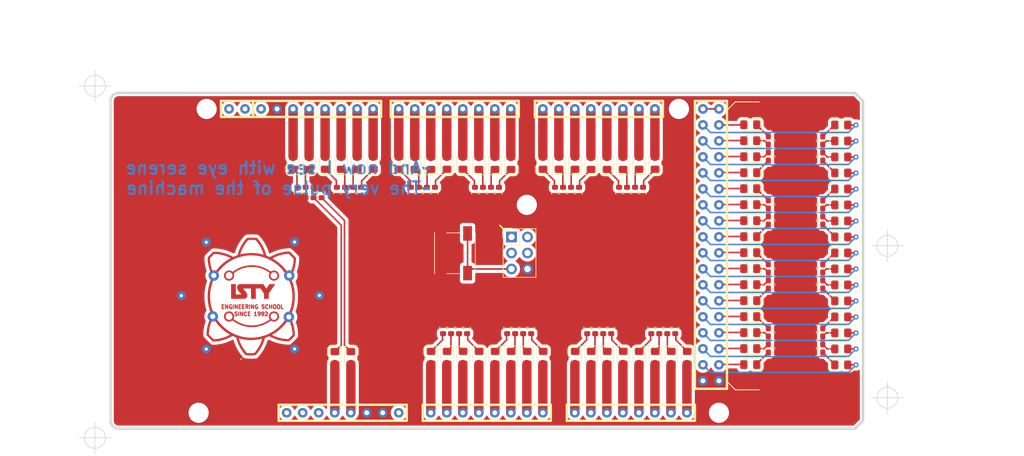
<source format=kicad_pcb>
(kicad_pcb (version 20211014) (generator pcbnew)
  (layers (0 "F.Cu" signal) (31 "B.Cu" signal) (34 "B.Paste" user) (35 "F.Paste" user) (36 "B.SilkS" user "B.Silkscreen") (37 "F.SilkS" user "F.Silkscreen") (38 "B.Mask" user) (39 "F.Mask" user) (44 "Edge.Cuts" user))
  (net 0 "")
  (net 2 "+5V")
  (net 3 "GND")
  (net 5 "Net-(D55-Pad2)")
  (net 6 "Net-(D56-Pad2)")
  (net 7 "Net-(D57-Pad2)")
  (net 8 "Net-(D58-Pad2)")
  (net 9 "Net-(D59-Pad2)")
  (net 10 "Net-(D60-Pad2)")
  (net 11 "Net-(D61-Pad2)")
  (net 12 "Net-(D62-Pad2)")
  (net 13 "Net-(D63-Pad2)")
  (net 14 "Net-(D64-Pad2)")
  (net 15 "Net-(D65-Pad2)")
  (net 16 "Net-(D66-Pad2)")
  (net 17 "Net-(D67-Pad2)")
  (net 18 "Net-(D68-Pad2)")
  (net 19 "Net-(D69-Pad2)")
  (net 20 "Net-(D2-Pad2)")
  (net 21 "Net-(D6-Pad2)")
  (net 22 "Net-(D7-Pad2)")
  (net 23 "Net-(D25-Pad2)")
  (net 24 "Net-(D28-Pad2)")
  (net 25 "Net-(D29-Pad2)")
  (net 26 "Net-(D30-Pad2)")
  (net 27 "Net-(D31-Pad2)")
  (net 28 "Net-(D32-Pad2)")
  (net 29 "Net-(D33-Pad2)")
  (net 30 "Net-(D35-Pad2)")
  (net 31 "Net-(D37-Pad2)")
  (net 32 "Net-(D39-Pad2)")
  (net 33 "Net-(D27-Pad2)")
  (net 34 "Net-(D41-Pad2)")
  (net 35 "Net-(D23-Pad2)")
  (net 36 "Net-(D43-Pad2)")
  (net 37 "Net-(D45-Pad2)")
  (net 38 "Net-(D50-Pad2)")
  (net 39 "Net-(D48-Pad2)")
  (net 40 "Net-(D46-Pad2)")
  (net 41 "Net-(D44-Pad2)")
  (net 42 "Net-(D42-Pad2)")
  (net 43 "Net-(D40-Pad2)")
  (net 44 "Net-(D38-Pad2)")
  (net 45 "Net-(D36-Pad2)")
  (net 46 "Net-(D34-Pad2)")
  (net 47 "Net-(D47-Pad2)")
  (net 48 "Net-(D49-Pad2)")
  (net 49 "Net-(D51-Pad2)")
  (net 50 "Net-(D26-Pad2)")
  (net 51 "Net-(D24-Pad2)")
  (net 52 "Net-(D22-Pad2)")
  (net 53 "Net-(D21-Pad2)")
  (net 54 "Net-(D19-Pad2)")
  (net 55 "Net-(D18-Pad2)")
  (net 56 "Net-(D17-Pad2)")
  (net 57 "Net-(D16-Pad2)")
  (net 58 "Net-(D15-Pad2)")
  (net 59 "Net-(D1-Pad2)")
  (net 60 "Net-(D52-Pad2)")
  (net 61 "Net-(D0-Pad2)")
  (net 62 "Net-(D4-Pad2)")
  (net 63 "Net-(D5-Pad2)")
  (net 64 "Net-(D53-Pad2)")
  (net 65 "Net-(D54-Pad2)")
  (net 66 "Net-(D8-Pad2)")
  (net 67 "Net-(D9-Pad2)")
  (net 68 "Net-(D10-Pad2)")
  (net 69 "Net-(D11-Pad2)")
  (net 70 "Net-(D14-Pad2)")
  (net 74 "Net-(D0-Pad1)")
  (net 75 "Net-(D4-Pad1)")
  (net 76 "Net-(D5-Pad1)")
  (net 77 "Net-(D6-Pad1)")
  (net 78 "Net-(D7-Pad1)")
  (net 79 "Net-(D8-Pad1)")
  (net 80 "Net-(D9-Pad1)")
  (net 81 "Net-(D10-Pad1)")
  (net 82 "Net-(D11-Pad1)")
  (net 83 "Net-(D12-Pad1)")
  (net 84 "Net-(D13-Pad1)")
  (net 85 "Net-(D14-Pad1)")
  (net 86 "Net-(D18-Pad1)")
  (net 87 "Net-(D17-Pad1)")
  (net 88 "Net-(D16-Pad1)")
  (net 89 "Net-(D15-Pad1)")
  (net 90 "Net-(D1-Pad1)")
  (net 91 "Net-(D2-Pad1)")
  (net 92 "Net-(D30-Pad1)")
  (net 93 "Net-(D28-Pad1)")
  (net 94 "Net-(D26-Pad1)")
  (net 95 "Net-(D24-Pad1)")
  (net 96 "Net-(D29-Pad1)")
  (net 97 "Net-(D27-Pad1)")
  (net 98 "Net-(D25-Pad1)")
  (net 99 "Net-(D23-Pad1)")
  (net 100 "Net-(D38-Pad1)")
  (net 101 "Net-(D36-Pad1)")
  (net 102 "Net-(D34-Pad1)")
  (net 103 "Net-(D32-Pad1)")
  (net 104 "Net-(D37-Pad1)")
  (net 105 "Net-(D35-Pad1)")
  (net 106 "Net-(D33-Pad1)")
  (net 107 "Net-(D31-Pad1)")
  (net 108 "Net-(D46-Pad1)")
  (net 109 "Net-(D44-Pad1)")
  (net 110 "Net-(D42-Pad1)")
  (net 111 "Net-(D40-Pad1)")
  (net 112 "Net-(D45-Pad1)")
  (net 113 "Net-(D43-Pad1)")
  (net 114 "Net-(D41-Pad1)")
  (net 115 "Net-(D39-Pad1)")
  (net 116 "Net-(D54-Pad1)")
  (net 117 "Net-(D52-Pad1)")
  (net 118 "Net-(D50-Pad1)")
  (net 119 "Net-(D48-Pad1)")
  (net 120 "Net-(D53-Pad1)")
  (net 121 "Net-(D51-Pad1)")
  (net 122 "Net-(D49-Pad1)")
  (net 123 "Net-(D47-Pad1)")
  (net 124 "Net-(D69-Pad1)")
  (net 125 "Net-(D68-Pad1)")
  (net 126 "Net-(D67-Pad1)")
  (net 127 "Net-(D65-Pad1)")
  (net 128 "Net-(D63-Pad1)")
  (net 129 "Net-(D61-Pad1)")
  (net 130 "Net-(D60-Pad1)")
  (net 131 "Net-(D59-Pad1)")
  (net 132 "Net-(D58-Pad1)")
  (net 133 "Net-(D57-Pad1)")
  (net 134 "Net-(D56-Pad1)")
  (net 135 "Net-(D55-Pad1)")
  (net 136 "Net-(D62-Pad1)")
  (net 137 "Net-(D64-Pad1)")
  (net 138 "Net-(D66-Pad1)")
  (net 139 "Net-(D19-Pad1)")
  (net 140 "Net-(D20-Pad1)")
  (net 141 "Net-(D21-Pad1)")
  (net 142 "Net-(D22-Pad1)")
  (net 149 "Net-(D3-Pad2)")
  (net 150 "Net-(D3-Pad1)")
  (net 151 "logo")
  (net 152 "Net-(J1-Pad91)")
  (net 153 "Net-(D70-Pad1)")
  (net 154 "Net-(D71-Pad1)")
  (net 155 "Net-(D12-Pad2)")
  (net 156 "Net-(D13-Pad2)")
  (net 157 "Net-(D20-Pad2)")
  (net 158 "Net-(D70-Pad2)")
  (net 159 "Net-(D71-Pad2)")
  (footprint "Diode_SMD:D_0805_2012Metric_Pad1.15x1.40mm_HandSolder" (layer "F.Cu") (at 170.18 92.973 -90)
    (fp_text reference "D71")
    (fp_text value "red LED")
  )
  (footprint "Diode_SMD:D_0805_2012Metric_Pad1.15x1.40mm_HandSolder" (layer "F.Cu") (at 233.55 76.23 180)
    (fp_text reference "D39" hide)
    (fp_text value "LED")
  )
  (footprint "Diode_SMD:D_0805_2012Metric_Pad1.15x1.40mm_HandSolder" (layer "F.Cu") (at 171.196 61.96 90)
    (fp_text reference "D9")
    (fp_text value "LED")
  )
  (footprint "Diode_SMD:D_0805_2012Metric_Pad1.15x1.40mm_HandSolder" (layer "F.Cu") (at 233.55 94.01 180)
    (fp_text reference "D53")
    (fp_text value "LED")
  )
  (footprint "components:R_Array_convex_EXB-S8Vxxxx" (layer "F.Cu") (at 237.236 80.01)
    (fp_text reference "RN15")
    (fp_text value "R_Pack04")
  )
  (footprint "Diode_SMD:D_0805_2012Metric_Pad1.15x1.40mm_HandSolder" (layer "F.Cu") (at 233.55 73.69 180)
    (fp_text reference "D37" hide)
    (fp_text value "LED")
  )
  (footprint "Diode_SMD:D_0805_2012Metric_Pad1.15x1.40mm_HandSolder" (layer "F.Cu") (at 168.636 61.96 90)
    (fp_text reference "D10")
    (fp_text value "LED")
  )
  (footprint "components:R_Array_convex_EXB-S8Vxxxx" (layer "F.Cu") (at 191.77 66.675 -90)
    (fp_text reference "RN5")
    (fp_text value "R_Pack04")
  )
  (footprint "Diode_SMD:D_0805_2012Metric_Pad1.15x1.40mm_HandSolder" (layer "F.Cu") (at 205.74 61.96 90)
    (fp_text reference "D16")
    (fp_text value "LED")
  )
  (footprint "Diode_SMD:D_0805_2012Metric_Pad1.15x1.40mm_HandSolder" (layer "F.Cu") (at 247.98 73.73)
    (fp_text reference "D36" hide)
    (fp_text value "LED")
  )
  (footprint "Diode_SMD:D_0805_2012Metric_Pad1.15x1.40mm_HandSolder" (layer "F.Cu") (at 182.9055 92.9295 -90)
    (fp_text reference "D54")
    (fp_text value "LED")
  )
  (footprint "Diode_SMD:D_0805_2012Metric_Pad1.15x1.40mm_HandSolder" (layer "F.Cu") (at 203.2 61.96 90)
    (fp_text reference "D15")
    (fp_text value "LED")
  )
  (footprint "Diode_SMD:D_0805_2012Metric_Pad1.15x1.40mm_HandSolder" (layer "F.Cu") (at 193.04 61.985 90)
    (fp_text reference "D1")
    (fp_text value "LED")
  )
  (footprint "Diode_SMD:D_0805_2012Metric_Pad1.15x1.40mm_HandSolder" (layer "F.Cu") (at 233.55 71.15 180)
    (fp_text reference "D35" hide)
    (fp_text value "LED")
  )
  (footprint "components:R_Array_convex_EXB-S8Vxxxx" (layer "F.Cu") (at 237.236 69.85)
    (fp_text reference "RN13")
    (fp_text value "R_Pack04")
  )
  (footprint "Diode_SMD:D_0805_2012Metric_Pad1.15x1.40mm_HandSolder" (layer "F.Cu") (at 247.98 83.89)
    (fp_text reference "D44" hide)
    (fp_text value "LED")
  )
  (footprint "board pinouts:arduino_mega_header modified" (layer "F.Cu") (at 181.5845 77.5295)
    (fp_text reference "J1" hide)
    (fp_text value "Arduino_Mega_Header" hide)
    (fp_line (start 69.85 -25.4) (end 69.85 25.4) (layer "Edge.Cuts") (width 0.381))
    (fp_line (start 69.85 25.4) (end 68.58 26.67) (layer "Edge.Cuts") (width 0.381))
    (fp_line (start -48.26 -26.67) (end 68.58 -26.67) (layer "Edge.Cuts") (width 0.381))
    (fp_line (start -49.53 25.4) (end -49.53 -25.4) (layer "Edge.Cuts") (width 0.381))
    (fp_line (start -48.26 26.67) (end 68.58 26.67) (layer "Edge.Cuts") (width 0.381))
    (fp_line (start 68.58 -26.67) (end 69.85 -25.4) (layer "Edge.Cuts") (width 0.381))
    (fp_arc (start -48.26 26.67) (mid -49.158026 26.298026) (end -49.53 25.4) (layer "Edge.Cuts") (width 0.381))
    (fp_arc (start -49.53 -25.4) (mid -49.158026 -26.298026) (end -48.26 -26.67) (layer "Edge.Cuts") (width 0.381))
  )
  (footprint "Diode_SMD:D_0805_2012Metric_Pad1.15x1.40mm_HandSolder" (layer "F.Cu") (at 233.55 88.93 180)
    (fp_text reference "D49" hide)
    (fp_text value "LED")
  )
  (footprint "Diode_SMD:D_0805_2012Metric_Pad1.15x1.40mm_HandSolder" (layer "F.Cu") (at 198.1455 92.9295 -90)
    (fp_text reference "D60")
    (fp_text value "LED")
  )
  (footprint "Diode_SMD:D_0805_2012Metric_Pad1.15x1.40mm_HandSolder" (layer "F.Cu") (at 195.58 61.985 90)
    (fp_text reference "D0")
    (fp_text value "LED")
  )
  (footprint "components:R_Array_convex_EXB-S8Vxxxx" (layer "F.Cu") (at 244.221 59.69)
    (fp_text reference "RN12")
    (fp_text value "R_Pack04")
  )
  (footprint "Diode_SMD:D_0805_2012Metric_Pad1.15x1.40mm_HandSolder" (layer "F.Cu") (at 247.98 76.27)
    (fp_text reference "D38" hide)
    (fp_text value "LED")
  )
  (footprint "Diode_SMD:D_0805_2012Metric_Pad1.15x1.40mm_HandSolder" (layer "F.Cu") (at 247.98 81.35)
    (fp_text reference "D42" hide)
    (fp_text value "LED")
  )
  (footprint "Diode_SMD:D_0805_2012Metric_Pad1.15x1.40mm_HandSolder" (layer "F.Cu") (at 247.98 94.05)
    (fp_text reference "D52")
    (fp_text value "LED")
  )
  (footprint "components:R_Array_convex_EXB-S8Vxxxx" (layer "F.Cu") (at 181.61 66.675 -90)
    (fp_text reference "RN3")
    (fp_text value "R_Pack04")
  )
  (footprint "components:R_Array_convex_EXB-S8Vxxxx" (layer "F.Cu") (at 186.7088 88.265 90)
    (fp_text reference "RN4")
    (fp_text value "R_Pack04")
  )
  (footprint "components:R_Array_convex_EXB-S8Vxxxx" (layer "F.Cu") (at 237.236 90.17)
    (fp_text reference "RN17")
    (fp_text value "R_Pack04")
  )
  (footprint "Diode_SMD:D_0805_2012Metric_Pad1.15x1.40mm_HandSolder" (layer "F.Cu") (at 177.8 61.96 90)
    (fp_text reference "D7")
    (fp_text value "LED")
  )
  (footprint "Diode_SMD:D_0805_2012Metric_Pad1.15x1.40mm_HandSolder" (layer "F.Cu") (at 233.55 55.91 180)
    (fp_text reference "D23")
    (fp_text value "LED")
  )
  (footprint "Diode_SMD:D_0805_2012Metric_Pad1.15x1.40mm_HandSolder" (layer "F.Cu") (at 182.88 61.985 90)
    (fp_text reference "D5")
    (fp_text value "LED")
  )
  (footprint "Diode_SMD:D_0805_2012Metric_Pad1.15x1.40mm_HandSolder" (layer "F.Cu") (at 193.0655 92.9295 -90)
    (fp_text reference "D58")
    (fp_text value "LED")
  )
  (footprint "components:R_Array_convex_EXB-S8Vxxxx" (layer "F.Cu") (at 244.221 69.85)
    (fp_text reference "RN14")
    (fp_text value "R_Pack04")
  )
  (footprint "Diode_SMD:D_0805_2012Metric_Pad1.15x1.40mm_HandSolder" (layer "F.Cu") (at 190.5255 92.9295 -90)
    (fp_text reference "D57")
    (fp_text value "LED")
  )
  (footprint "Diode_SMD:D_0805_2012Metric_Pad1.15x1.40mm_HandSolder" (layer "F.Cu") (at 205.7655 92.9295 -90)
    (fp_text reference "D62")
    (fp_text value "LED")
  )
  (footprint "Diode_SMD:D_0805_2012Metric_Pad1.15x1.40mm_HandSolder" (layer "F.Cu") (at 233.55 68.61 180)
    (fp_text reference "D33" hide)
    (fp_text value "LED")
  )
  (footprint "Diode_SMD:D_0805_2012Metric_Pad1.15x1.40mm_HandSolder" (layer "F.Cu") (at 223.5455 92.9295 -90)
    (fp_text reference "D69")
    (fp_text value "LED")
  )
  (footprint "Diode_SMD:D_0805_2012Metric_Pad1.15x1.40mm_HandSolder" (layer "F.Cu") (at 247.98 71.19)
    (fp_text reference "D34" hide)
    (fp_text value "LED")
  )
  (footprint "Diode_SMD:D_0805_2012Metric_Pad1.15x1.40mm_HandSolder" (layer "F.Cu") (at 233.55 81.31 180)
    (fp_text reference "D43" hide)
    (fp_text value "LED")
  )
  (footprint "Diode_SMD:D_0805_2012Metric_Pad1.15x1.40mm_HandSolder" (layer "F.Cu") (at 173.736 61.96 90)
    (fp_text reference "D8")
    (fp_text value "LED")
  )
  (footprint "Diode_SMD:D_0805_2012Metric_Pad1.15x1.40mm_HandSolder" (layer "F.Cu") (at 233.55 83.85 180)
    (fp_text reference "D45" hide)
    (fp_text value "LED")
  )
  (footprint "components:R_Array_convex_EXB-S8Vxxxx" (layer "F.Cu") (at 244.221 90.17)
    (fp_text reference "RN18")
    (fp_text value "R_Pack04")
  )
  (footprint "Diode_SMD:D_0805_2012Metric_Pad1.15x1.40mm_HandSolder" (layer "F.Cu") (at 247.98 88.97)
    (fp_text reference "D48" hide)
    (fp_text value "LED")
  )
  (footprint "Diode_SMD:D_0805_2012Metric_Pad1.15x1.40mm_HandSolder" (layer "F.Cu") (at 247.98 91.51)
    (fp_text reference "D50" hide)
    (fp_text value "LED")
  )
  (footprint "Diode_SMD:D_0805_2012Metric_Pad1.15x1.40mm_HandSolder" (layer "F.Cu") (at 218.44 61.96 90)
    (fp_text reference "D21")
    (fp_text value "LED")
  )
  (footprint "Diode_SMD:D_0805_2012Metric_Pad1.15x1.40mm_HandSolder" (layer "F.Cu") (at 190.5 61.985 90)
    (fp_text reference "D2")
    (fp_text value "LED")
  )
  (footprint "Diode_SMD:D_0805_2012Metric_Pad1.15x1.40mm_HandSolder" (layer "F.Cu") (at 213.36 61.985 90)
    (fp_text reference "D19")
    (fp_text value "LED")
  )
  (footprint "Diode_SMD:D_0805_2012Metric_Pad1.15x1.40mm_HandSolder" (layer "F.Cu") (at 233.55 66.07 180)
    (fp_text reference "D31" hide)
    (fp_text value "LED")
  )
  (footprint "Diode_SMD:D_0805_2012Metric_Pad1.15x1.40mm_HandSolder" (layer "F.Cu") (at 215.9255 92.9295 -90)
    (fp_text reference "D66")
    (fp_text value "LED")
  )
  (footprint "components:R_Array_convex_EXB-S8Vxxxx" (layer "F.Cu") (at 244.221 80.01)
    (fp_text reference "RN16")
    (fp_text value "R_Pack04")
  )
  (footprint "Diode_SMD:D_0805_2012Metric_Pad1.15x1.40mm_HandSolder" (layer "F.Cu") (at 247.98 63.57)
    (fp_text reference "D28" hide)
    (fp_text value "LED")
  )
  (footprint "Diode_SMD:D_0805_2012Metric_Pad1.15x1.40mm_HandSolder" (layer "F.Cu") (at 247.98 55.95)
    (fp_text reference "D22")
    (fp_text value "LED")
  )
  (footprint "components:R_Array_convex_EXB-S8Vxxxx" (layer "F.Cu") (at 204.47 66.675 -90)
    (fp_text reference "RN7")
    (fp_text value "R_Pack04")
  )
  (footprint "components:R_Array_convex_EXB-S8Vxxxx" (layer "F.Cu") (at 196.8754 88.265 90)
    (fp_text reference "RN6")
    (fp_text value "R_Pack04")
  )
  (footprint "Downloads:J-lead grayhill switch" (layer "F.Cu") (at 186.69 76.327 90)
    (fp_text reference "RESET1")
    (fp_text value "SW_Push")
  )
  (footprint "components:R_Array_convex_EXB-S8Vxxxx" (layer "F.Cu") (at 219.7354 88.265 90)
    (fp_text reference "RN10")
    (fp_text value "R_Pack04")
  )
  (footprint "Diode_SMD:D_0805_2012Metric_Pad1.15x1.40mm_HandSolder" (layer "F.Cu") (at 195.6055 92.9295 -90)
    (fp_text reference "D59")
    (fp_text value "LED")
  )
  (footprint "Diode_SMD:D_0805_2012Metric_Pad1.15x1.40mm_HandSolder" (layer "F.Cu") (at 233.55 60.99 180)
    (fp_text reference "D27" hide)
    (fp_text value "LED")
  )
  (footprint "Diode_SMD:D_0805_2012Metric_Pad1.15x1.40mm_HandSolder" (layer "F.Cu") (at 187.96 61.96 90)
    (fp_text reference "D3")
    (fp_text value "LED")
  )
  (footprint "Diode_SMD:D_0805_2012Metric_Pad1.15x1.40mm_HandSolder" (layer "F.Cu") (at 247.98 78.81)
    (fp_text reference "D40" hide)
    (fp_text value "LED")
  )
  (footprint "Diode_SMD:D_0805_2012Metric_Pad1.15x1.40mm_HandSolder" (layer "F.Cu") (at 208.28 61.985 90)
    (fp_text reference "D17")
    (fp_text value "LED")
  )
  (footprint "Diode_SMD:D_0805_2012Metric_Pad1.15x1.40mm_HandSolder" (layer "F.Cu") (at 213.3855 92.9295 -90)
    (fp_text reference "D65")
    (fp_text value "LED")
  )
  (footprint "Diode_SMD:D_0805_2012Metric_Pad1.15x1.40mm_HandSolder" (layer "F.Cu") (at 215.9 61.96 90)
    (fp_text reference "D20")
    (fp_text value "LED")
  )
  (footprint "Diode_SMD:D_0805_2012Metric_Pad1.15x1.40mm_HandSolder" (layer "F.Cu") (at 210.8455 92.9295 -90)
    (fp_text reference "D64")
    (fp_text value "LED")
  )
  (footprint "Diode_SMD:D_0805_2012Metric_Pad1.15x1.40mm_HandSolder" (layer "F.Cu") (at 247.98 68.65)
    (fp_text reference "D32" hide)
    (fp_text value "LED")
  )
  (footprint "Diode_SMD:D_0805_2012Metric_Pad1.15x1.40mm_HandSolder" (layer "F.Cu") (at 233.55 78.77 180)
    (fp_text reference "D41" hide)
    (fp_text value "LED")
  )
  (footprint "Diode_SMD:D_0805_2012Metric_Pad1.15x1.40mm_HandSolder" (layer "F.Cu") (at 187.9855 92.9295 -90)
    (fp_text reference "D56")
    (fp_text value "LED")
  )
  (footprint "components:R_Array_convex_EXB-S8Vxxxx" (layer "F.Cu") (at 237.236 59.69)
    (fp_text reference "RN11")
    (fp_text value "R_Pack04")
  )
  (footprint "components:R_Array_convex_EXB-S8Vxxxx" (layer "F.Cu") (at 209.5754 88.265 90)
    (fp_text reference "RN8")
    (fp_text value "R_Pack04")
  )
  (footprint "components:R_Array_convex_EXB-S8Vxxxx" (layer "F.Cu") (at 163.6268 66.675 -90)
    (fp_text reference "RN1")
    (fp_text value "R_Pack04")
  )
  (footprint "Diode_SMD:D_0805_2012Metric_Pad1.15x1.40mm_HandSolder" (layer "F.Cu") (at 185.42 61.96 90)
    (fp_text reference "D4")
    (fp_text value "LED")
  )
  (footprint "Diode_SMD:D_0805_2012Metric_Pad1.15x1.40mm_HandSolder" (layer "F.Cu") (at 167.64 92.973 -90)
    (fp_text reference "D70")
    (fp_text value "orange LED")
  )
  (footprint "Diode_SMD:D_0805_2012Metric_Pad1.15x1.40mm_HandSolder" (layer "F.Cu") (at 221.0055 92.9295 -90)
    (fp_text reference "D68")
    (fp_text value "LED")
  )
  (footprint "Diode_SMD:D_0805_2012Metric_Pad1.15x1.40mm_HandSolder" (layer "F.Cu") (at 233.55 86.39 180)
    (fp_text reference "D47" hide)
    (fp_text value "LED")
  )
  (footprint "Diode_SMD:D_0805_2012Metric_Pad1.15x1.40mm_HandSolder" (layer "F.Cu") (at 163.556 61.985 90)
    (fp_text reference "D12")
    (fp_text value "LED")
  )
  (footprint "Diode_SMD:D_0805_2012Metric_Pad1.15x1.40mm_HandSolder" (layer "F.Cu") (at 218.4655 92.9295 -90)
    (fp_text reference "D67")
    (fp_text value "LED")
  )
  (footprint "Diode_SMD:D_0805_2012Metric_Pad1.15x1.40mm_HandSolder" (layer "F.Cu") (at 200.6855 92.9295 -90)
    (fp_text reference "D61")
    (fp_text value "LED")
  )
  (footprint "components:R_Array_convex_EXB-S8Vxxxx" (layer "F.Cu") (at 214.63 66.675 -90)
    (fp_text reference "RN9")
    (fp_text value "R_Pack04")
  )
  (footprint "Diode_SMD:D_0805_2012Metric_Pad1.15x1.40mm_HandSolder" (layer "F.Cu") (at 247.98 58.49)
    (fp_text reference "D24" hide)
    (fp_text value "LED")
  )
  (footprint "Diode_SMD:D_0805_2012Metric_Pad1.15x1.40mm_HandSolder" (layer "F.Cu") (at 247.98 86.43)
    (fp_text reference "D46" hide)
    (fp_text value "LED")
  )
  (footprint "Downloads:ISTY LOGO FOR MEGA TEST BOARD 2" (layer "F.Cu") (at 180.5687 76.2671)
    (fp_text reference "REF**" hide)
    (fp_text value "ISTY LOGO FOR MEGA TEST BOARD 2" hide)
  )
  (footprint "components:R_Array_convex_EXB-S8Vxxxx" (layer "F.Cu") (at 169.8752 66.675 -90)
    (fp_text reference "RN2")
    (fp_text value "R_Pack04")
  )
  (footprint "Diode_SMD:D_0805_2012Metric_Pad1.15x1.40mm_HandSolder" (layer "F.Cu") (at 210.82 61.985 90)
    (fp_text reference "D18")
    (fp_text value "LED")
  )
  (footprint "Diode_SMD:D_0805_2012Metric_Pad1.15x1.40mm_HandSolder" (layer "F.Cu") (at 208.3055 92.9295 -90)
    (fp_text reference "D63")
    (fp_text value "LED")
  )
  (footprint "Diode_SMD:D_0805_2012Metric_Pad1.15x1.40mm_HandSolder" (layer "F.Cu") (at 161.016 61.96 90)
    (fp_text reference "D13")
    (fp_text value "LED")
  )
  (footprint "Diode_SMD:D_0805_2012Metric_Pad1.15x1.40mm_HandSolder" (layer "F.Cu") (at 180.34 61.985 90)
    (fp_text reference "D6")
    (fp_text value "LED")
  )
  (footprint "Diode_SMD:D_0805_2012Metric_Pad1.15x1.40mm_HandSolder" (layer "F.Cu") (at 247.98 61.03)
    (fp_text reference "D26" hide)
    (fp_text value "LED")
  )
  (footprint "Diode_SMD:D_0805_2012Metric_Pad1.15x1.40mm_HandSolder" (layer "F.Cu") (at 166.096 61.96 90)
    (fp_text reference "D11")
    (fp_text value "LED")
  )
  (footprint "Diode_SMD:D_0805_2012Metric_Pad1.15x1.40mm_HandSolder" (layer "F.Cu") (at 233.55 58.45 180)
    (fp_text reference "D25" hide)
    (fp_text value "LED")
  )
  (footprint "Diode_SMD:D_0805_2012Metric_Pad1.15x1.40mm_HandSolder" (layer "F.Cu") (at 233.55 63.53 180)
    (fp_text reference "D29" hide)
    (fp_text value "LED")
  )
  (footprint "Diode_SMD:D_0805_2012Metric_Pad1.15x1.40mm_HandSolder" (layer "F.Cu") (at 233.55 91.47 180)
    (fp_text reference "D51" hide)
    (fp_text value "LED")
  )
  (footprint "Diode_SMD:D_0805_2012Metric_Pad1.15x1.40mm_HandSolder" (layer "F.Cu") (at 247.98 66.11)
    (fp_text reference "D30" hide)
    (fp_text value "LED")
  )
  (footprint "Diode_SMD:D_0805_2012Metric_Pad1.15x1.40mm_HandSolder" (layer "F.Cu") (at 200.66 61.96 90)
    (fp_text reference "D14")
    (fp_text value "LED")
  )
  (footprint "Diode_SMD:D_0805_2012Metric_Pad1.15x1.40mm_HandSolder" (layer "F.Cu") (at 185.4455 92.9295 -90)
    (fp_text reference "D55")
    (fp_text value "LED")
  )
  (gr_line (start 234.9755 98.0095) (end 231.1655 98.0095) (layer "F.SilkS") (width 0.15))
  (gr_line (start 229.8955 53.5595) (end 231.1655 52.2895) (layer "F.SilkS") (width 0.15))
  (gr_line (start 234.9755 52.2895) (end 231.1655 52.2895) (layer "F.SilkS") (width 0.15))
  (gr_line (start 229.8955 96.7395) (end 231.1655 98.0095) (layer "F.SilkS") (width 0.15))
  (gr_text "~And now I see with eye serene\n~The very pulse of the machine" (at 158.623 64.389) (layer "B.Cu") (effects (font (size 2 2) (thickness 0.35)) (justify mirror)))
  (target plus (at 255.2955 75.1495) (size 5) (width 0.1) (layer "Edge.Cuts"))
  (target plus (at 255.2955 99.2795) (size 5) (width 0.1) (layer "Edge.Cuts"))
  (target plus (at 129.5655 49.7495) (size 5) (width 0.1) (layer "Edge.Cuts"))
  (target plus (at 129.5655 105.6295) (size 5) (width 0.1) (layer "Edge.Cuts"))
  (segment (start 228.5745 53.3995) (end 226.0345 53.3995) (width 0.25) (layer "F.Cu") (net 2))
  (segment (start 185.3945 94.0055) (end 185.3945 101.6595) (width 1.5) (layer "F.Cu") (net 5))
  (segment (start 187.9345 101.6595) (end 187.9345 94.0055) (width 1.5) (layer "F.Cu") (net 6))
  (segment (start 190.4745 94.0055) (end 190.4745 101.6595) (width 1.5) (layer "F.Cu") (net 7))
  (segment (start 193.0145 101.6595) (end 193.0145 94.0055) (width 1.5) (layer "F.Cu") (net 8))
  (segment (start 195.5545 94.0055) (end 195.5545 101.6595) (width 1.5) (layer "F.Cu") (net 9))
  (segment (start 198.0945 101.6595) (end 198.0945 94.0055) (width 1.5) (layer "F.Cu") (net 10))
  (segment (start 200.6345 94.0055) (end 200.6345 101.6595) (width 1.5) (layer "F.Cu") (net 11))
  (segment (start 205.74 93.98) (end 205.7655 93.9545) (width 0.25) (layer "F.Cu") (net 12))
  (segment (start 205.7145 94.0055) (end 205.7655 93.9545) (width 0.25) (layer "F.Cu") (net 12))
  (segment (start 205.7145 101.6595) (end 205.7145 94.0055) (width 1.5) (layer "F.Cu") (net 12))
  (segment (start 208.2545 94.0055) (end 208.2545 101.6595) (width 1.5) (layer "F.Cu") (net 13))
  (segment (start 208.3055 93.9545) (end 208.2545 94.0055) (width 0.25) (layer "F.Cu") (net 13))
  (segment (start 208.3055 93.9545) (end 208.28 93.98) (width 0.25) (layer "F.Cu") (net 13))
  (segment (start 210.7945 94.0055) (end 210.8455 93.9545) (width 0.25) (layer "F.Cu") (net 14))
  (segment (start 210.7945 101.6595) (end 210.7945 94.0055) (width 1.5) (layer "F.Cu") (net 14))
  (segment (start 210.82 93.98) (end 210.8455 93.9545) (width 0.25) (layer "F.Cu") (net 14))
  (segment (start 213.3855 93.9545) (end 213.3345 94.0055) (width 0.25) (layer "F.Cu") (net 15))
  (segment (start 213.3855 93.9545) (end 213.36 93.98) (width 0.25) (layer "F.Cu") (net 15))
  (segment (start 213.3345 94.0055) (end 213.3345 101.6595) (width 1.51) (layer "F.Cu") (net 15))
  (segment (start 215.8745 94.0055) (end 215.9255 93.9545) (width 0.25) (layer "F.Cu") (net 16))
  (segment (start 215.9 93.98) (end 215.9255 93.9545) (width 0.25) (layer "F.Cu") (net 16))
  (segment (start 215.8745 101.6595) (end 215.8745 94.0055) (width 1.5) (layer "F.Cu") (net 16))
  (segment (start 218.4145 94.0055) (end 218.4145 101.6595) (width 1.5) (layer "F.Cu") (net 17))
  (segment (start 218.4655 93.9545) (end 218.44 93.98) (width 0.25) (layer "F.Cu") (net 17))
  (segment (start 218.4655 93.9545) (end 218.4145 94.0055) (width 0.25) (layer "F.Cu") (net 17))
  (segment (start 220.9545 94.0055) (end 220.9545 101.6595) (width 1.5) (layer "F.Cu") (net 18))
  (segment (start 221.0055 93.9545) (end 220.98 93.98) (width 0.25) (layer "F.Cu") (net 18))
  (segment (start 221.0055 93.9545) (end 220.9545 94.0055) (width 0.25) (layer "F.Cu") (net 18))
  (segment (start 223.4945 94.0055) (end 223.4945 101.6595) (width 1.5) (layer "F.Cu") (net 19))
  (segment (start 223.5455 93.9545) (end 223.52 93.98) (width 0.25) (layer "F.Cu") (net 19))
  (segment (start 223.5455 93.9545) (end 223.4945 94.0055) (width 0.25) (layer "F.Cu") (net 19))
  (segment (start 190.4745 60.9345) (end 190.4745 53.3995) (width 1.5) (layer "F.Cu") (net 20))
  (segment (start 190.5 60.96) (end 190.4745 60.9345) (width 0.25) (layer "F.Cu") (net 20))
  (segment (start 180.3145 53.3995) (end 180.3145 60.9345) (width 1.5) (layer "F.Cu") (net 21))
  (segment (start 180.3145 60.9345) (end 180.34 60.96) (width 0.25) (layer "F.Cu") (net 21))
  (segment (start 177.8 60.935) (end 177.7745 60.9095) (width 0.25) (layer "F.Cu") (net 22))
  (segment (start 177.7745 60.9095) (end 177.7745 53.3995) (width 1.5) (layer "F.Cu") (net 22))
  (segment (start 231.905 58.42) (end 228.634 58.42) (width 0.25) (layer "F.Cu") (net 23))
  (segment (start 228.634 58.42) (end 228.5745 58.4795) (width 0.25) (layer "F.Cu") (net 23))
  (segment (start 249.0112 63.5762) (end 249.005 63.57) (width 0.25) (layer "F.Cu") (net 24))
  (segment (start 250.317 63.5762) (end 249.0112 63.5762) (width 0.25) (layer "F.Cu") (net 24))
  (via (at 250.317 63.5762) (size 0.8) (drill 0.4) (layers "F.Cu" "B.Cu") (net 24))
  (segment (start 250.317 63.5762) (end 249.1232 64.77) (width 0.25) (layer "B.Cu") (net 24))
  (segment (start 227.245 64.77) (end 226.0345 63.5595) (width 0.25) (layer "B.Cu") (net 24))
  (segment (start 249.1232 64.77) (end 227.245 64.77) (width 0.25) (layer "B.Cu") (net 24))
  (segment (start 231.905 63.5) (end 228.634 63.5) (width 0.25) (layer "F.Cu") (net 25))
  (segment (start 228.634 63.5) (end 228.5745 63.5595) (width 0.25) (layer "F.Cu") (net 25))
  (segment (start 250.317 66.1162) (end 249.0112 66.1162) (width 0.25) (layer "F.Cu") (net 26))
  (segment (start 249.0112 66.1162) (end 249.005 66.11) (width 0.25) (layer "F.Cu") (net 26))
  (via (at 250.317 66.1162) (size 0.8) (drill 0.4) (layers "F.Cu" "B.Cu") (net 26))
  (segment (start 227.245 67.31) (end 226.0345 66.0995) (width 0.25) (layer "B.Cu") (net 26))
  (segment (start 249.1232 67.31) (end 227.245 67.31) (width 0.25) (layer "B.Cu") (net 26))
  (segment (start 250.317 66.1162) (end 249.1232 67.31) (width 0.25) (layer "B.Cu") (net 26))
  (segment (start 228.634 66.04) (end 228.5745 66.0995) (width 0.25) (layer "F.Cu") (net 27))
  (segment (start 231.905 66.04) (end 228.634 66.04) (width 0.25) (layer "F.Cu") (net 27))
  (segment (start 250.317 68.6562) (end 249.0112 68.6562) (width 0.25) (layer "F.Cu") (net 28))
  (segment (start 249.0112 68.6562) (end 249.005 68.65) (width 0.25) (layer "F.Cu") (net 28))
  (via (at 250.317 68.6562) (size 0.8) (drill 0.4) (layers "F.Cu" "B.Cu") (net 28))
  (segment (start 249.1232 69.85) (end 227.245 69.85) (width 0.25) (layer "B.Cu") (net 28))
  (segment (start 227.245 69.85) (end 226.0345 68.6395) (width 0.25) (layer "B.Cu") (net 28))
  (segment (start 250.317 68.6562) (end 249.1232 69.85) (width 0.25) (layer "B.Cu") (net 28))
  (segment (start 228.634 68.58) (end 228.5745 68.6395) (width 0.25) (layer "F.Cu") (net 29))
  (segment (start 231.905 68.58) (end 228.634 68.58) (width 0.25) (layer "F.Cu") (net 29))
  (segment (start 228.634 71.12) (end 228.5745 71.1795) (width 0.25) (layer "F.Cu") (net 30))
  (segment (start 231.905 71.12) (end 228.634 71.12) (width 0.25) (layer "F.Cu") (net 30))
  (segment (start 231.905 73.66) (end 228.634 73.66) (width 0.25) (layer "F.Cu") (net 31))
  (segment (start 228.634 73.66) (end 228.5745 73.7195) (width 0.25) (layer "F.Cu") (net 31))
  (segment (start 228.634 76.2) (end 228.5745 76.2595) (width 0.25) (layer "F.Cu") (net 32))
  (segment (start 231.905 76.2) (end 228.634 76.2) (width 0.25) (layer "F.Cu") (net 32))
  (segment (start 228.634 60.96) (end 228.5745 61.0195) (width 0.25) (layer "F.Cu") (net 33))
  (segment (start 231.905 60.96) (end 228.634 60.96) (width 0.25) (layer "F.Cu") (net 33))
  (segment (start 228.634 78.74) (end 228.5745 78.7995) (width 0.25) (layer "F.Cu") (net 34))
  (segment (start 231.905 78.74) (end 228.634 78.74) (width 0.25) (layer "F.Cu") (net 34))
  (segment (start 228.5745 55.9395) (end 231.8455 55.9395) (width 0.25) (layer "F.Cu") (net 35))
  (segment (start 231.8455 55.9395) (end 231.905 55.88) (width 0.25) (layer "F.Cu") (net 35))
  (segment (start 228.634 81.28) (end 228.5745 81.3395) (width 0.25) (layer "F.Cu") (net 36))
  (segment (start 231.905 81.28) (end 228.634 81.28) (width 0.25) (layer "F.Cu") (net 36))
  (segment (start 231.905 83.82) (end 228.634 83.82) (width 0.25) (layer "F.Cu") (net 37))
  (segment (start 228.634 83.82) (end 228.5745 83.8795) (width 0.25) (layer "F.Cu") (net 37))
  (segment (start 250.317 91.5162) (end 249.0112 91.5162) (width 0.25) (layer "F.Cu") (net 38))
  (segment (start 249.0112 91.5162) (end 249.005 91.51) (width 0.25) (layer "F.Cu") (net 38))
  (via (at 250.317 91.5162) (size 0.8) (drill 0.4) (layers "F.Cu" "B.Cu") (net 38))
  (segment (start 249.1232 92.71) (end 227.245 92.71) (width 0.25) (layer "B.Cu") (net 38))
  (segment (start 227.245 92.71) (end 226.0345 91.4995) (width 0.25) (layer "B.Cu") (net 38))
  (segment (start 250.317 91.5162) (end 249.1232 92.71) (width 0.25) (layer "B.Cu") (net 38))
  (segment (start 249.0112 88.9762) (end 249.005 88.97) (width 0.25) (layer "F.Cu") (net 39))
  (segment (start 250.317 88.9762) (end 249.0112 88.9762) (width 0.25) (layer "F.Cu") (net 39))
  (via (at 250.317 88.9762) (size 0.8) (drill 0.4) (layers "F.Cu" "B.Cu") (net 39))
  (segment (start 249.1232 90.17) (end 227.245 90.17) (width 0.25) (layer "B.Cu") (net 39))
  (segment (start 250.317 88.9762) (end 249.1232 90.17) (width 0.25) (layer "B.Cu") (net 39))
  (segment (start 227.245 90.17) (end 226.0345 88.9595) (width 0.25) (layer "B.Cu") (net 39))
  (segment (start 249.0112 86.4362) (end 249.005 86.43) (width 0.25) (layer "F.Cu") (net 40))
  (segment (start 250.317 86.4362) (end 249.0112 86.4362) (width 0.25) (layer "F.Cu") (net 40))
  (via (at 250.317 86.4362) (size 0.8) (drill 0.4) (layers "F.Cu" "B.Cu") (net 40))
  (segment (start 250.317 86.4362) (end 249.1232 87.63) (width 0.25) (layer "B.Cu") (net 40))
  (segment (start 249.1232 87.63) (end 227.245 87.63) (width 0.25) (layer "B.Cu") (net 40))
  (segment (start 227.245 87.63) (end 226.0345 86.4195) (width 0.25) (layer "B.Cu") (net 40))
  (segment (start 250.317 83.8962) (end 249.0112 83.8962) (width 0.25) (layer "F.Cu") (net 41))
  (segment (start 249.0112 83.8962) (end 249.005 83.89) (width 0.25) (layer "F.Cu") (net 41))
  (via (at 250.317 83.8962) (size 0.8) (drill 0.4) (layers "F.Cu" "B.Cu") (net 41))
  (segment (start 250.317 83.8962) (end 249.1232 85.09) (width 0.25) (layer "B.Cu") (net 41))
  (segment (start 227.245 85.09) (end 226.0345 83.8795) (width 0.25) (layer "B.Cu") (net 41))
  (segment (start 249.1232 85.09) (end 227.245 85.09) (width 0.25) (layer "B.Cu") (net 41))
  (segment (start 249.0112 81.3562) (end 249.005 81.35) (width 0.25) (layer "F.Cu") (net 42))
  (segment (start 250.317 81.3562) (end 249.0112 81.3562) (width 0.25) (layer "F.Cu") (net 42))
  (via (at 250.317 81.3562) (size 0.8) (drill 0.4) (layers "F.Cu" "B.Cu") (net 42))
  (segment (start 227.245 82.55) (end 226.0345 81.3395) (width 0.25) (layer "B.Cu") (net 42))
  (segment (start 250.317 81.3562) (end 249.1232 82.55) (width 0.25) (layer "B.Cu") (net 42))
  (segment (start 249.1232 82.55) (end 227.245 82.55) (width 0.25) (layer "B.Cu") (net 42))
  (segment (start 249.0112 78.8162) (end 249.005 78.81) (width 0.25) (layer "F.Cu") (net 43))
  (segment (start 250.317 78.8162) (end 249.0112 78.8162) (width 0.25) (layer "F.Cu") (net 43))
  (via (at 250.317 78.8162) (size 0.8) (drill 0.4) (layers "F.Cu" "B.Cu") (net 43))
  (segment (start 249.1232 80.01) (end 227.245 80.01) (width 0.25) (layer "B.Cu") (net 43))
  (segment (start 250.317 78.8162) (end 249.1232 80.01) (width 0.25) (layer "B.Cu") (net 43))
  (segment (start 227.245 80.01) (end 226.0345 78.7995) (width 0.25) (layer "B.Cu") (net 43))
  (segment (start 249.0112 76.2762) (end 249.005 76.27) (width 0.25) (layer "F.Cu") (net 44))
  (segment (start 250.317 76.2762) (end 249.0112 76.2762) (width 0.25) (layer "F.Cu") (net 44))
  (via (at 250.317 76.2762) (size 0.8) (drill 0.4) (layers "F.Cu" "B.Cu") (net 44))
  (segment (start 250.317 76.2762) (end 249.1232 77.47) (width 0.25) (layer "B.Cu") (net 44))
  (segment (start 249.1232 77.47) (end 227.245 77.47) (width 0.25) (layer "B.Cu") (net 44))
  (segment (start 227.245 77.47) (end 226.0345 76.2595) (width 0.25) (layer "B.Cu") (net 44))
  (segment (start 249.0112 73.7362) (end 249.005 73.73) (width 0.25) (layer "F.Cu") (net 45))
  (segment (start 250.317 73.7362) (end 249.0112 73.7362) (width 0.25) (layer "F.Cu") (net 45))
  (via (at 250.317 73.7362) (size 0.8) (drill 0.4) (layers "F.Cu" "B.Cu") (net 45))
  (segment (start 249.1232 74.93) (end 227.245 74.93) (width 0.25) (layer "B.Cu") (net 45))
  (segment (start 250.317 73.7362) (end 249.1232 74.93) (width 0.25) (layer "B.Cu") (net 45))
  (segment (start 227.245 74.93) (end 226.0345 73.7195) (width 0.25) (layer "B.Cu") (net 45))
  (segment (start 249.0112 71.1962) (end 249.005 71.19) (width 0.25) (layer "F.Cu") (net 46))
  (segment (start 250.317 71.1962) (end 249.0112 71.1962) (width 0.25) (layer "F.Cu") (net 46))
  (via (at 250.317 71.1962) (size 0.8) (drill 0.4) (layers "F.Cu" "B.Cu") (net 46))
  (segment (start 249.1232 72.39) (end 227.245 72.39) (width 0.25) (layer "B.Cu") (net 46))
  (segment (start 227.245 72.39) (end 226.0345 71.1795) (width 0.25) (layer "B.Cu") (net 46))
  (segment (start 250.317 71.1962) (end 249.1232 72.39) (width 0.25) (layer "B.Cu") (net 46))
  (segment (start 228.634 86.36) (end 228.5745 86.4195) (width 0.25) (layer "F.Cu") (net 47))
  (segment (start 231.905 86.36) (end 228.634 86.36) (width 0.25) (layer "F.Cu") (net 47))
  (segment (start 228.634 88.9) (end 228.5745 88.9595) (width 0.25) (layer "F.Cu") (net 48))
  (segment (start 231.905 88.9) (end 228.634 88.9) (width 0.25) (layer "F.Cu") (net 48))
  (segment (start 231.905 91.44) (end 228.634 91.44) (width 0.25) (layer "F.Cu") (net 49))
  (segment (start 228.634 91.44) (end 228.5745 91.4995) (width 0.25) (layer "F.Cu") (net 49))
  (segment (start 250.317 61.0362) (end 249.0112 61.0362) (width 0.25) (layer "F.Cu") (net 50))
  (segment (start 249.0112 61.0362) (end 249.005 61.03) (width 0.25) (layer "F.Cu") (net 50))
  (via (at 250.317 61.0362) (size 0.8) (drill 0.4) (layers "F.Cu" "B.Cu") (net 50))
  (segment (start 250.317 61.0362) (end 249.1232 62.23) (width 0.25) (layer "B.Cu") (net 50))
  (segment (start 227.245 62.23) (end 226.0345 61.0195) (width 0.25) (layer "B.Cu") (net 50))
  (segment (start 249.1232 62.23) (end 227.245 62.23) (width 0.25) (layer "B.Cu") (net 50))
  (segment (start 249.0112 58.4962) (end 249.005 58.49) (width 0.25) (layer "F.Cu") (net 51))
  (segment (start 250.317 58.4962) (end 249.0112 58.4962) (width 0.25) (layer "F.Cu") (net 51))
  (via (at 250.317 58.4962) (size 0.8) (drill 0.4) (layers "F.Cu" "B.Cu") (net 51))
  (segment (start 249.1232 59.69) (end 227.245 59.69) (width 0.25) (layer "B.Cu") (net 51))
  (segment (start 227.245 59.69) (end 226.0345 58.4795) (width 0.25) (layer "B.Cu") (net 51))
  (segment (start 250.317 58.4962) (end 249.1232 59.69) (width 0.25) (layer "B.Cu") (net 51))
  (segment (start 249.0112 55.9562) (end 249.005 55.95) (width 0.25) (layer "F.Cu") (net 52))
  (segment (start 250.317 55.9562) (end 249.0112 55.9562) (width 0.25) (layer "F.Cu") (net 52))
  (via (at 250.317 55.9562) (size 0.8) (drill 0.4) (layers "F.Cu" "B.Cu") (net 52))
  (segment (start 249.1232 57.15) (end 227.245 57.15) (width 0.25) (layer "B.Cu") (net 52))
  (segment (start 227.245 57.15) (end 226.0345 55.9395) (width 0.25) (layer "B.Cu") (net 52))
  (segment (start 250.317 55.9562) (end 249.1232 57.15) (width 0.25) (layer "B.Cu") (net 52))
  (segment (start 218.4145 53.3995) (end 218.4145 60.9095) (width 1.5) (layer "F.Cu") (net 53))
  (segment (start 218.4145 60.9095) (end 218.44 60.935) (width 0.25) (layer "F.Cu") (net 53))
  (segment (start 213.3345 60.9345) (end 213.3345 53.3995) (width 1.5) (layer "F.Cu") (net 54))
  (segment (start 213.36 60.96) (end 213.3345 60.9345) (width 0.25) (layer "F.Cu") (net 54))
  (segment (start 210.7945 60.9345) (end 210.82 60.96) (width 0.25) (layer "F.Cu") (net 55))
  (segment (start 210.7945 53.3995) (end 210.7945 60.9345) (width 1.5) (layer "F.Cu") (net 55))
  (segment (start 208.2545 60.9345) (end 208.2545 53.3995) (width 1.5) (layer "F.Cu") (net 56))
  (segment (start 208.28 60.96) (end 208.2545 60.9345) (width 0.25) (layer "F.Cu") (net 56))
  (segment (start 205.7145 53.3995) (end 205.7145 60.9095) (width 1.5) (layer "F.Cu") (net 57))
  (segment (start 205.7145 60.9095) (end 205.74 60.935) (width 0.25) (layer "F.Cu") (net 57))
  (segment (start 203.1745 60.9095) (end 203.1745 53.3995) (width 1.5) (layer "F.Cu") (net 58))
  (segment (start 203.2 60.935) (end 203.1745 60.9095) (width 0.25) (layer "F.Cu") (net 58))
  (segment (start 193.0145 53.3995) (end 193.0145 60.9345) (width 1.5) (layer "F.Cu") (net 59))
  (segment (start 193.0145 60.9345) (end 193.04 60.96) (width 0.25) (layer "F.Cu") (net 59))
  (segment (start 249.0112 94.0562) (end 249.005 94.05) (width 0.25) (layer "F.Cu") (net 60))
  (segment (start 250.317 94.0562) (end 249.0112 94.0562) (width 0.25) (layer "F.Cu") (net 60))
  (via (at 250.317 94.0562) (size 0.8) (drill 0.4) (layers "F.Cu" "B.Cu") (net 60))
  (segment (start 249.1232 95.25) (end 250.317 94.0562) (width 0.25) (layer "B.Cu") (net 60))
  (segment (start 226.0345 94.0395) (end 227.245 95.25) (width 0.25) (layer "B.Cu") (net 60))
  (segment (start 227.245 95.25) (end 249.1232 95.25) (width 0.25) (layer "B.Cu") (net 60))
  (segment (start 195.58 60.96) (end 195.5545 60.9345) (width 0.25) (layer "F.Cu") (net 61))
  (segment (start 195.5545 60.9345) (end 195.5545 53.3995) (width 1.5) (layer "F.Cu") (net 61))
  (segment (start 185.3945 60.9345) (end 185.42 60.96) (width 0.25) (layer "F.Cu") (net 62))
  (segment (start 185.3945 60.9095) (end 185.42 60.935) (width 0.25) (layer "F.Cu") (net 62))
  (segment (start 185.3945 53.3995) (end 185.3945 60.9095) (width 1.5) (layer "F.Cu") (net 62))
  (segment (start 182.8545 60.9345) (end 182.8545 53.3995) (width 1.5) (layer "F.Cu") (net 63))
  (segment (start 182.88 60.96) (end 182.8545 60.9345) (width 0.25) (layer "F.Cu") (net 63))
  (segment (start 231.905 93.98) (end 228.634 93.98) (width 0.25) (layer "F.Cu") (net 64))
  (segment (start 228.634 93.98) (end 228.5745 94.0395) (width 0.25) (layer "F.Cu") (net 64))
  (segment (start 182.8545 101.6595) (end 182.8545 94.0055) (width 1.5) (layer "F.Cu") (net 65))
  (segment (start 173.7105 53.3995) (end 173.7105 60.9095) (width 1.5) (layer "F.Cu") (net 66))
  (segment (start 173.7105 60.9095) (end 173.736 60.935) (width 0.25) (layer "F.Cu") (net 66))
  (segment (start 171.1705 60.9095) (end 171.1705 53.3995) (width 1.5) (layer "F.Cu") (net 67))
  (segment (start 171.196 60.935) (end 171.1705 60.9095) (width 0.25) (layer "F.Cu") (net 67))
  (segment (start 168.6305 60.9295) (end 168.636 60.935) (width 0.25) (layer "F.Cu") (net 68))
  (segment (start 168.6305 53.3995) (end 168.6305 60.9295) (width 1.5) (layer "F.Cu") (net 68))
  (segment (start 166.0905 60.9295) (end 166.0905 53.3995) (width 1.5) (layer "F.Cu") (net 69))
  (segment (start 166.096 60.935) (end 166.0905 60.9295) (width 0.25) (layer "F.Cu") (net 69))
  (segment (start 200.6345 60.9095) (end 200.66 60.935) (width 0.25) (layer "F.Cu") (net 70))
  (segment (start 200.6345 53.3995) (end 200.6345 60.9095) (width 1.5) (layer "F.Cu") (net 70))
  (segment (start 193.77 65.81) (end 193.77 64.82) (width 0.25) (layer "F.Cu") (net 74))
  (segment (start 193.77 64.82) (end 195.58 63.01) (width 0.25) (layer "F.Cu") (net 74))
  (segment (start 183.61 64.795) (end 183.61 65.81) (width 0.25) (layer "F.Cu") (net 75))
  (segment (start 185.42 62.985) (end 183.61 64.795) (width 0.25) (layer "F.Cu") (net 75))
  (segment (start 182.27 63.62) (end 182.27 65.81) (width 0.25) (layer "F.Cu") (net 76))
  (segment (start 182.88 63.01) (end 182.27 63.62) (width 0.25) (layer "F.Cu") (net 76))
  (segment (start 180.34 63.01) (end 180.95 63.62) (width 0.25) (layer "F.Cu") (net 77))
  (segment (start 180.95 63.62) (end 180.95 65.81) (width 0.25) (layer "F.Cu") (net 77))
  (segment (start 177.8 62.985) (end 179.61 64.795) (width 0.25) (layer "F.Cu") (net 78))
  (segment (start 179.61 64.795) (end 179.61 65.81) (width 0.25) (layer "F.Cu") (net 78))
  (segment (start 173.736 62.985) (end 171.8752 64.8458) (width 0.25) (layer "F.Cu") (net 79))
  (segment (start 171.8752 64.8458) (end 171.8752 65.937) (width 0.25) (layer "F.Cu") (net 79))
  (segment (start 170.5352 63.6458) (end 170.5352 65.937) (width 0.25) (layer "F.Cu") (net 80))
  (segment (start 171.196 62.985) (end 170.5352 63.6458) (width 0.25) (layer "F.Cu") (net 80))
  (segment (start 168.636 62.985) (end 169.2152 63.5642) (width 0.25) (layer "F.Cu") (net 81))
  (segment (start 169.2152 63.5642) (end 169.2152 65.937) (width 0.25) (layer "F.Cu") (net 81))
  (segment (start 166.096 62.985) (end 167.8752 64.7642) (width 0.25) (layer "F.Cu") (net 82))
  (segment (start 167.8752 64.7642) (end 167.8752 65.937) (width 0.25) (layer "F.Cu") (net 82))
  (segment (start 162.9668 63.5992) (end 163.556 63.01) (width 0.25) (layer "F.Cu") (net 83))
  (segment (start 162.9668 65.910802) (end 162.9668 63.5992) (width 0.25) (layer "F.Cu") (net 83))
  (segment (start 161.6268 65.910802) (end 161.6268 63.5958) (width 0.25) (layer "F.Cu") (net 84))
  (segment (start 161.6268 63.5958) (end 161.016 62.985) (width 0.25) (layer "F.Cu") (net 84))
  (segment (start 202.47 64.795) (end 200.66 62.985) (width 0.25) (layer "F.Cu") (net 85))
  (segment (start 202.47 65.81) (end 202.47 64.795) (width 0.25) (layer "F.Cu") (net 85))
  (segment (start 210.82 63.01) (end 212.63 64.82) (width 0.25) (layer "F.Cu") (net 86))
  (segment (start 212.63 64.82) (end 212.63 65.81) (width 0.25) (layer "F.Cu") (net 86))
  (segment (start 206.47 65.81) (end 206.47 64.82) (width 0.25) (layer "F.Cu") (net 87))
  (segment (start 206.47 64.82) (end 208.28 63.01) (width 0.25) (layer "F.Cu") (net 87))
  (segment (start 205.13 65.81) (end 205.13 63.595) (width 0.25) (layer "F.Cu") (net 88))
  (segment (start 205.13 63.595) (end 205.74 62.985) (width 0.25) (layer "F.Cu") (net 88))
  (segment (start 203.81 63.595) (end 203.2 62.985) (width 0.25) (layer "F.Cu") (net 89))
  (segment (start 203.81 65.81) (end 203.81 63.595) (width 0.25) (layer "F.Cu") (net 89))
  (segment (start 192.43 65.81) (end 192.43 63.62) (width 0.25) (layer "F.Cu") (net 90))
  (segment (start 192.43 63.62) (end 193.04 63.01) (width 0.25) (layer "F.Cu") (net 90))
  (segment (start 191.11 63.62) (end 190.5 63.01) (width 0.25) (layer "F.Cu") (net 91))
  (segment (start 191.11 65.81) (end 191.11 63.62) (width 0.25) (layer "F.Cu") (net 91))
  (segment (start 246.881 66.11) (end 245.046 67.945) (width 0.25) (layer "F.Cu") (net 92))
  (segment (start 246.955 66.11) (end 246.881 66.11) (width 0.25) (layer "F.Cu") (net 92))
  (segment (start 246.955 63.57) (end 246.955 63.504) (width 0.25) (layer "F.Cu") (net 93))
  (segment (start 246.955 63.504) (end 245.046 61.595) (width 0.25) (layer "F.Cu") (net 93))
  (segment (start 246.955 61.03) (end 245.751 61.03) (width 0.25) (layer "F.Cu") (net 94))
  (segment (start 245.751 61.03) (end 245.046 60.325) (width 0.25) (layer "F.Cu") (net 94))
  (segment (start 246.955 58.49) (end 245.611 58.49) (width 0.25) (layer "F.Cu") (net 95))
  (segment (start 245.611 58.49) (end 245.046 59.055) (width 0.25) (layer "F.Cu") (net 95))
  (segment (start 234.575 63.431) (end 236.411 61.595) (width 0.25) (layer "F.Cu") (net 96))
  (segment (start 234.575 63.53) (end 234.575 63.431) (width 0.25) (layer "F.Cu") (net 96))
  (segment (start 234.575 60.99) (end 235.746 60.99) (width 0.25) (layer "F.Cu") (net 97))
  (segment (start 235.746 60.99) (end 236.411 60.325) (width 0.25) (layer "F.Cu") (net 97))
  (segment (start 234.575 58.45) (end 235.806 58.45) (width 0.25) (layer "F.Cu") (net 98))
  (segment (start 235.806 58.45) (end 236.411 59.055) (width 0.25) (layer "F.Cu") (net 98))
  (segment (start 234.575 55.949) (end 236.411 57.785) (width 0.25) (layer "F.Cu") (net 99))
  (segment (start 234.575 55.91) (end 234.575 55.949) (width 0.25) (layer "F.Cu") (net 99))
  (segment (start 246.955 76.27) (end 246.881 76.27) (width 0.25) (layer "F.Cu") (net 100))
  (segment (start 246.881 76.27) (end 245.046 78.105) (width 0.25) (layer "F.Cu") (net 100))
  (segment (start 246.955 73.73) (end 246.955 73.664) (width 0.25) (layer "F.Cu") (net 101))
  (segment (start 246.955 73.664) (end 245.046 71.755) (width 0.25) (layer "F.Cu") (net 101))
  (segment (start 246.955 71.19) (end 245.751 71.19) (width 0.25) (layer "F.Cu") (net 102))
  (segment (start 245.751 71.19) (end 245.046 70.485) (width 0.25) (layer "F.Cu") (net 102))
  (segment (start 246.955 68.65) (end 245.611 68.65) (width 0.25) (layer "F.Cu") (net 103))
  (segment (start 245.611 68.65) (end 245.046 69.215) (width 0.25) (layer "F.Cu") (net 103))
  (segment (start 234.575 73.591) (end 236.411 71.755) (width 0.25) (layer "F.Cu") (net 104))
  (segment (start 234.575 73.69) (end 234.575 73.591) (width 0.25) (layer "F.Cu") (net 104))
  (segment (start 235.746 71.15) (end 236.411 70.485) (width 0.25) (layer "F.Cu") (net 105))
  (segment (start 234.575 71.15) (end 235.746 71.15) (width 0.25) (layer "F.Cu") (net 105))
  (segment (start 234.575 68.61) (end 235.806 68.61) (width 0.25) (layer "F.Cu") (net 106))
  (segment (start 235.806 68.61) (end 236.411 69.215) (width 0.25) (layer "F.Cu") (net 106))
  (segment (start 234.575 66.07) (end 234.575 66.109) (width 0.25) (layer "F.Cu") (net 107))
  (segment (start 234.575 66.109) (end 236.411 67.945) (width 0.25) (layer "F.Cu") (net 107))
  (segment (start 246.955 86.43) (end 246.881 86.43) (width 0.25) (layer "F.Cu") (net 108))
  (segment (start 246.881 86.43) (end 245.046 88.265) (width 0.25) (layer "F.Cu") (net 108))
  (segment (start 246.955 83.824) (end 245.046 81.915) (width 0.25) (layer "F.Cu") (net 109))
  (segment (start 246.955 83.89) (end 246.955 83.824) (width 0.25) (layer "F.Cu") (net 109))
  (segment (start 245.751 81.35) (end 245.046 80.645) (width 0.25) (layer "F.Cu") (net 110))
  (segment (start 246.955 81.35) (end 245.751 81.35) (width 0.25) (layer "F.Cu") (net 110))
  (segment (start 246.955 78.81) (end 245.611 78.81) (width 0.25) (layer "F.Cu") (net 111))
  (segment (start 245.611 78.81) (end 245.046 79.375) (width 0.25) (layer "F.Cu") (net 111))
  (segment (start 234.575 83.85) (end 234.575 83.751) (width 0.25) (layer "F.Cu") (net 112))
  (segment (start 234.575 83.751) (end 236.411 81.915) (width 0.25) (layer "F.Cu") (net 112))
  (segment (start 234.575 81.31) (end 235.746 81.31) (width 0.25) (layer "F.Cu") (net 113))
  (segment (start 235.746 81.31) (end 236.411 80.645) (width 0.25) (layer "F.Cu") (net 113))
  (segment (start 234.575 78.77) (end 235.806 78.77) (width 0.25) (layer "F.Cu") (net 114))
  (segment (start 235.806 78.77) (end 236.411 79.375) (width 0.25) (layer "F.Cu") (net 114))
  (segment (start 234.575 76.23) (end 234.575 76.269) (width 0.25) (layer "F.Cu") (net 115))
  (segment (start 234.575 76.269) (end 236.411 78.105) (width 0.25) (layer "F.Cu") (net 115))
  (segment (start 184.7155 90.0945) (end 184.7155 89.3495) (width 0.25) (layer "F.Cu") (net 116))
  (segment (start 182.9055 91.9045) (end 184.7155 90.0945) (width 0.25) (layer "F.Cu") (net 116))
  (segment (start 246.955 94.05) (end 246.955 93.984) (width 0.25) (layer "F.Cu") (net 117))
  (segment (start 246.955 93.984) (end 245.046 92.075) (width 0.25) (layer "F.Cu") (net 117))
  (segment (start 245.751 91.51) (end 245.046 90.805) (width 0.25) (layer "F.Cu") (net 118))
  (segment (start 246.955 91.51) (end 245.751 91.51) (width 0.25) (layer "F.Cu") (net 118))
  (segment (start 245.611 88.97) (end 245.046 89.535) (width 0.25) (layer "F.Cu") (net 119))
  (segment (start 246.955 88.97) (end 245.611 88.97) (width 0.25) (layer "F.Cu") (net 119))
  (segment (start 234.575 94.01) (end 234.575 93.911) (width 0.25) (layer "F.Cu") (net 120))
  (segment (start 234.575 93.911) (end 236.411 92.075) (width 0.25) (layer "F.Cu") (net 120))
  (segment (start 235.746 91.47) (end 236.411 90.805) (width 0.25) (layer "F.Cu") (net 121))
  (segment (start 234.575 91.47) (end 235.746 91.47) (width 0.25) (layer "F.Cu") (net 121))
  (segment (start 235.806 88.93) (end 236.411 89.535) (width 0.25) (layer "F.Cu") (net 122))
  (segment (start 234.575 88.93) (end 235.806 88.93) (width 0.25) (layer "F.Cu") (net 122))
  (segment (start 234.575 86.39) (end 234.575 86.429) (width 0.25) (layer "F.Cu") (net 123))
  (segment (start 234.575 86.429) (end 236.411 88.265) (width 0.25) (layer "F.Cu") (net 123))
  (segment (start 223.5455 91.9045) (end 221.7355 90.0945) (width 0.25) (layer "F.Cu") (net 124))
  (segment (start 221.7355 90.0945) (end 221.7355 89.3495) (width 0.25) (layer "F.Cu") (net 124))
  (segment (start 221.0055 91.9045) (end 220.3955 91.2945) (width 0.25) (layer "F.Cu") (net 125))
  (segment (start 220.3955 91.2945) (end 220.3955 89.3495) (width 0.25) (layer "F.Cu") (net 125))
  (segment (start 218.4655 91.9045) (end 219.0755 91.2945) (width 0.25) (layer "F.Cu") (net 126))
  (segment (start 219.0755 91.2945) (end 219.0755 89.3495) (width 0.25) (layer "F.Cu") (net 126))
  (segment (start 211.5755 90.0945) (end 211.5755 89.3495) (width 0.25) (layer "F.Cu") (net 127))
  (segment (start 213.3855 91.9045) (end 211.5755 90.0945) (width 0.25) (layer "F.Cu") (net 127))
  (segment (start 208.9155 91.2945) (end 208.9155 89.3495) (width 0.25) (layer "F.Cu") (net 128))
  (segment (start 208.3055 91.9045) (end 208.9155 91.2945) (width 0.25) (layer "F.Cu") (net 128))
  (segment (start 200.6855 91.9045) (end 198.8755 90.0945) (width 0.25) (layer "F.Cu") (net 129))
  (segment (start 198.8755 90.0945) (end 198.8755 89.3495) (width 0.25) (layer "F.Cu") (net 129))
  (segment (start 198.1455 91.9045) (end 197.5355 91.2945) (width 0.25) (layer "F.Cu") (net 130))
  (segment (start 197.5355 91.2945) (end 197.5355 89.3495) (width 0.25) (layer "F.Cu") (net 130))
  (segment (start 195.6055 91.9045) (end 196.2155 91.2945) (width 0.25) (layer "F.Cu") (net 131))
  (segment (start 196.2155 91.2945) (end 196.2155 89.3495) (width 0.25) (layer "F.Cu") (net 131))
  (segment (start 193.0655 91.9045) (end 194.8755 90.0945) (width 0.25) (layer "F.Cu") (net 132))
  (segment (start 194.8755 90.0945) (end 194.8755 89.3495) (width 0.25) (layer "F.Cu") (net 132))
  (segment (start 188.7155 90.0945) (end 190.5255 91.9045) (width 0.25) (layer "F.Cu") (net 133))
  (segment (start 188.7155 89.3495) (end 188.7155 90.0945) (width 0.25) (layer "F.Cu") (net 133))
  (segment (start 187.3755 91.2945) (end 187.9855 91.9045) (width 0.25) (layer "F.Cu") (net 134))
  (segment (start 187.3755 89.3495) (end 187.3755 91.2945) (width 0.25) (layer "F.Cu") (net 134))
  (segment (start 186.0555 89.3495) (end 186.0555 91.2945) (width 0.25) (layer "F.Cu") (net 135))
  (segment (start 186.0555 91.2945) (end 185.4455 91.9045) (width 0.25) (layer "F.Cu") (net 135))
  (segment (start 207.5755 90.0945) (end 207.5755 89.3495) (width 0.25) (layer "F.Cu") (net 136))
  (segment (start 205.7655 91.9045) (end 207.5755 90.0945) (width 0.25) (layer "F.Cu") (net 136))
  (segment (start 210.8455 91.9045) (end 210.2355 91.2945) (width 0.25) (layer "F.Cu") (net 137))
  (segment (start 210.2355 91.2945) (end 210.2355 89.3495) (width 0.25) (layer "F.Cu") (net 137))
  (segment (start 217.7355 90.0945) (end 217.7355 89.3495) (width 0.25) (layer "F.Cu") (net 138))
  (segment (start 215.9255 91.9045) (end 217.7355 90.0945) (width 0.25) (layer "F.Cu") (net 138))
  (segment (start 213.97 63.62) (end 213.36 63.01) (width 0.25) (layer "F.Cu") (net 139))
  (segment (start 213.97 65.81) (end 213.97 63.62) (width 0.25) (layer "F.Cu") (net 139))
  (segment (start 215.29 63.595) (end 215.9 62.985) (width 0.25) (layer "F.Cu") (net 140))
  (segment (start 215.29 65.81) (end 215.29 63.595) (width 0.25) (layer "F.Cu") (net 140))
  (segment (start 216.63 65.81) (end 216.63 64.795) (width 0.25) (layer "F.Cu") (net 141))
  (segment (start 216.63 64.795) (end 218.44 62.985) (width 0.25) (layer "F.Cu") (net 141))
  (segment (start 246.955 55.95) (end 246.881 55.95) (width 0.25) (layer "F.Cu") (net 142))
  (segment (start 246.881 55.95) (end 245.046 57.785) (width 0.25) (layer "F.Cu") (net 142))
  (segment (start 187.96 60.935) (end 187.9345 60.9095) (width 0.25) (layer "F.Cu") (net 149))
  (segment (start 187.9345 60.9095) (end 187.9345 53.3995) (width 1.5) (layer "F.Cu") (net 149))
  (segment (start 189.77 64.795) (end 187.96 62.985) (width 0.25) (layer "F.Cu") (net 150))
  (segment (start 189.77 65.81) (end 189.77 64.795) (width 0.25) (layer "F.Cu") (net 150))
  (segment (start 195.6635 78.8215) (end 189.3455 78.8215) (width 0.25) (layer "F.Cu") (net 152))
  (segment (start 188.69 79.477) (end 188.69 73.177) (width 0.25) (layer "F.Cu") (net 152))
  (segment (start 189.3455 78.8215) (end 188.69 79.477) (width 0.25) (layer "F.Cu") (net 152))
  (segment (start 168.656 90.932) (end 168.656 71.882) (width 0.25) (layer "F.Cu") (net 153))
  (segment (start 164.274 67.5) (end 164.2618 67.5) (width 0.25) (layer "F.Cu") (net 153))
  (segment (start 167.64 91.948) (end 168.656 90.932) (width 0.25) (layer "F.Cu") (net 153))
  (segment (start 168.656 71.882) (end 164.274 67.5) (width 0.25) (layer "F.Cu") (net 153))
  (segment (start 169.164 71.12) (end 169.164 90.932) (width 0.25) (layer "F.Cu") (net 154))
  (segment (start 169.164 90.932) (end 170.18 91.948) (width 0.25) (layer "F.Cu") (net 154))
  (segment (start 165.544 67.5) (end 169.164 71.12) (width 0.25) (layer "F.Cu") (net 154))
  (segment (start 165.5318 67.5) (end 165.544 67.5) (width 0.25) (layer "F.Cu") (net 154))
  (segment (start 163.5505 60.9545) (end 163.556 60.96) (width 0.25) (layer "F.Cu") (net 155))
  (segment (start 163.5505 53.3995) (end 163.5505 60.9545) (width 1.5) (layer "F.Cu") (net 155))
  (segment (start 161.016 60.935) (end 161.0105 60.9295) (width 0.25) (layer "F.Cu") (net 156))
  (segment (start 161.0105 60.9295) (end 161.0105 53.3995) (width 1.5) (layer "F.Cu") (net 156))
  (segment (start 215.8745 53.3995) (end 215.8745 60.9095) (width 1.5) (layer "F.Cu") (net 157))
  (segment (start 215.8745 60.9095) (end 215.9 60.935) (width 0.25) (layer "F.Cu") (net 157))
  (segment (start 167.6145 101.6595) (end 167.64 101.634) (width 0.25) (layer "F.Cu") (net 158))
  (segment (start 167.64 101.634) (end 167.64 93.998) (width 1.5) (layer "F.Cu") (net 158))
  (segment (start 170.18 101.634) (end 170.18 93.998) (width 1.5) (layer "F.Cu") (net 159))
  (segment (start 170.1545 101.6595) (end 170.18 101.634) (width 0.25) (layer "F.Cu") (net 159))
  (zone (net 3) (net_name "GND") (layer "F.Cu") (connect_pads yes (clearance 0.508)) (min_thickness 0.254) (fill yes (thermal_gap 0.508) (thermal_bridge_width 0.508))
    (polygon (pts (xy 251.46 104.14) (xy 129.794 104.14) (xy 129.794 50.8) (xy 251.46 50.8)))
  )
  (zone (net 0) (net_name "") (layer "F.Cu") (connect_pads yes (clearance 0)) (min_thickness 0.254)
    (keepout (tracks allowed) (vias allowed) (pads allowed) (copperpour not_allowed) (footprints allowed))
    (fill (thermal_gap 0.508) (thermal_bridge_width 0.508))
    (polygon (pts (xy 160.757432 83.173203) (xy 160.737711 82.671276) (xy 160.67867 82.172443) (xy 160.580674 81.679781) (xy 160.444325 81.196325) (xy 160.270466 80.725058) (xy 160.060167 80.268885) (xy 159.814725 79.830618) (xy 159.535655 79.412959) (xy 159.224675 79.018483) (xy 158.883703 78.649622) (xy 158.514842 78.30865) (xy 158.120366 77.99767) (xy 157.702707 77.7186) (xy 157.26444 77.473158) (xy 156.808267 77.262859) (xy 156.337 77.089) (xy 155.853544 76.952651) (xy 155.360882 76.854655) (xy 154.862049 76.795614) (xy 154.360122 76.775893) (xy 153.858195 76.795614) (xy 153.359362 76.854655) (xy 152.8667 76.952651) (xy 152.383244 77.089) (xy 151.911977 77.262859) (xy 151.455804 77.473158) (xy 151.017537 77.7186) (xy 150.599878 77.99767) (xy 150.205402 78.30865) (xy 149.836541 78.649622) (xy 149.495569 79.018483) (xy 149.184589 79.412959) (xy 148.905519 79.830618) (xy 148.660077 80.268885) (xy 148.449778 80.725058) (xy 148.275919 81.196325) (xy 148.13957 81.679781) (xy 148.041574 82.172443) (xy 147.982533 82.671276) (xy 147.962812 83.173203) (xy 147.982533 83.67513) (xy 148.041574 84.173963) (xy 148.13957 84.666625) (xy 148.275919 85.150081) (xy 148.449778 85.621348) (xy 148.660077 86.077521) (xy 148.905519 86.515788) (xy 149.184589 86.933447) (xy 149.495569 87.327923) (xy 149.836541 87.696784) (xy 150.205402 88.037756) (xy 150.599878 88.348736) (xy 151.017537 88.627806) (xy 151.455804 88.873248) (xy 151.911977 89.083547) (xy 152.383244 89.257406) (xy 152.8667 89.393755) (xy 153.359362 89.491751) (xy 153.858195 89.550792) (xy 154.360122 89.570513) (xy 154.862049 89.550792) (xy 155.360882 89.491751) (xy 155.853544 89.393755) (xy 156.337 89.257406) (xy 156.808267 89.083547) (xy 157.26444 88.873248) (xy 157.702707 88.627806) (xy 158.120366 88.348736) (xy 158.514842 88.037756) (xy 158.883703 87.696784) (xy 159.224675 87.327923) (xy 159.535655 86.933447) (xy 159.814725 86.515788) (xy 160.060167 86.077521) (xy 160.270466 85.621348) (xy 160.444325 85.150081) (xy 160.580674 84.666625) (xy 160.67867 84.173963) (xy 160.737711 83.67513)))
  )
)
</source>
